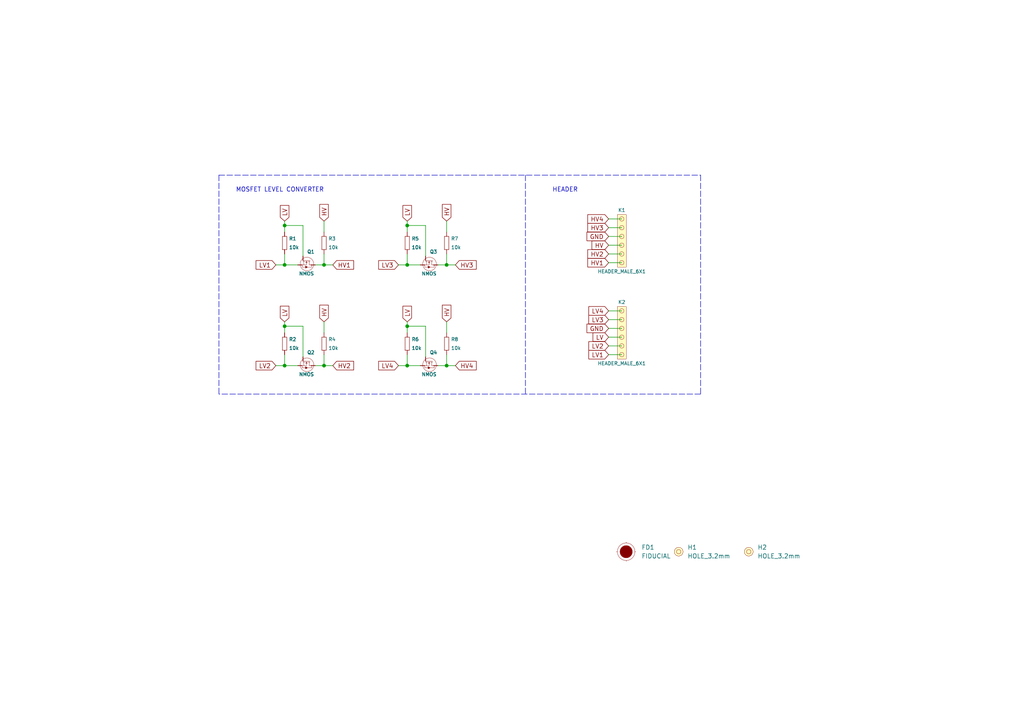
<source format=kicad_sch>
(kicad_sch (version 20211123) (generator eeschema)

  (uuid ddce36a6-92f0-4e63-b207-f65c96f9ec98)

  (paper "A4")

  (title_block
    (title "Logic level converter")
    (date "2021-07-14")
    (rev "V1.0.0.")
    (company "SOLDERED")
    (comment 1 "333029")
  )

  (lib_symbols
    (symbol "e-radionica.com schematics:0603R" (pin_numbers hide) (pin_names (offset 0.254)) (in_bom yes) (on_board yes)
      (property "Reference" "R" (id 0) (at -1.905 1.905 0)
        (effects (font (size 1 1)))
      )
      (property "Value" "0603R" (id 1) (at 0 -1.905 0)
        (effects (font (size 1 1)))
      )
      (property "Footprint" "e-radionica.com footprinti:0603R" (id 2) (at -0.635 1.905 0)
        (effects (font (size 1 1)) hide)
      )
      (property "Datasheet" "" (id 3) (at -0.635 1.905 0)
        (effects (font (size 1 1)) hide)
      )
      (symbol "0603R_0_1"
        (rectangle (start -1.905 -0.635) (end 1.905 -0.6604)
          (stroke (width 0.1) (type default) (color 0 0 0 0))
          (fill (type none))
        )
        (rectangle (start -1.905 0.635) (end -1.8796 -0.635)
          (stroke (width 0.1) (type default) (color 0 0 0 0))
          (fill (type none))
        )
        (rectangle (start -1.905 0.635) (end 1.905 0.6096)
          (stroke (width 0.1) (type default) (color 0 0 0 0))
          (fill (type none))
        )
        (rectangle (start 1.905 0.635) (end 1.9304 -0.635)
          (stroke (width 0.1) (type default) (color 0 0 0 0))
          (fill (type none))
        )
      )
      (symbol "0603R_1_1"
        (pin passive line (at -3.175 0 0) (length 1.27)
          (name "~" (effects (font (size 1.27 1.27))))
          (number "1" (effects (font (size 1.27 1.27))))
        )
        (pin passive line (at 3.175 0 180) (length 1.27)
          (name "~" (effects (font (size 1.27 1.27))))
          (number "2" (effects (font (size 1.27 1.27))))
        )
      )
    )
    (symbol "e-radionica.com schematics:FIDUCIAL" (in_bom no) (on_board yes)
      (property "Reference" "FD" (id 0) (at 0 3.81 0)
        (effects (font (size 1.27 1.27)))
      )
      (property "Value" "FIDUCIAL" (id 1) (at 0 -3.81 0)
        (effects (font (size 1.27 1.27)))
      )
      (property "Footprint" "e-radionica.com footprinti:FIDUCIAL_23" (id 2) (at 0.254 -5.334 0)
        (effects (font (size 1.27 1.27)) hide)
      )
      (property "Datasheet" "" (id 3) (at 0 0 0)
        (effects (font (size 1.27 1.27)) hide)
      )
      (symbol "FIDUCIAL_0_1"
        (polyline
          (pts
            (xy -2.54 0)
            (xy -2.794 0)
          )
          (stroke (width 0.0006) (type default) (color 0 0 0 0))
          (fill (type none))
        )
        (polyline
          (pts
            (xy 0 -2.54)
            (xy 0 -2.794)
          )
          (stroke (width 0.0006) (type default) (color 0 0 0 0))
          (fill (type none))
        )
        (polyline
          (pts
            (xy 0 2.54)
            (xy 0 2.794)
          )
          (stroke (width 0.0006) (type default) (color 0 0 0 0))
          (fill (type none))
        )
        (polyline
          (pts
            (xy 2.54 0)
            (xy 2.794 0)
          )
          (stroke (width 0.0006) (type default) (color 0 0 0 0))
          (fill (type none))
        )
        (circle (center 0 0) (radius 1.7961)
          (stroke (width 0.001) (type default) (color 0 0 0 0))
          (fill (type outline))
        )
        (circle (center 0 0) (radius 2.54)
          (stroke (width 0.0006) (type default) (color 0 0 0 0))
          (fill (type none))
        )
      )
    )
    (symbol "e-radionica.com schematics:HEADER_MALE_6X1" (pin_numbers hide) (pin_names hide) (in_bom yes) (on_board yes)
      (property "Reference" "K" (id 0) (at -0.635 10.16 0)
        (effects (font (size 1 1)))
      )
      (property "Value" "HEADER_MALE_6X1" (id 1) (at 1.27 -7.62 0)
        (effects (font (size 1 1)))
      )
      (property "Footprint" "e-radionica.com footprinti:HEADER_MALE_6X1" (id 2) (at 0 0 0)
        (effects (font (size 1 1)) hide)
      )
      (property "Datasheet" "" (id 3) (at 0 0 0)
        (effects (font (size 1 1)) hide)
      )
      (symbol "HEADER_MALE_6X1_0_1"
        (circle (center 0 -5.08) (radius 0.635)
          (stroke (width 0.0006) (type default) (color 0 0 0 0))
          (fill (type none))
        )
        (circle (center 0 -2.54) (radius 0.635)
          (stroke (width 0.0006) (type default) (color 0 0 0 0))
          (fill (type none))
        )
        (circle (center 0 0) (radius 0.635)
          (stroke (width 0.0006) (type default) (color 0 0 0 0))
          (fill (type none))
        )
        (circle (center 0 2.54) (radius 0.635)
          (stroke (width 0.0006) (type default) (color 0 0 0 0))
          (fill (type none))
        )
        (circle (center 0 5.08) (radius 0.635)
          (stroke (width 0.0006) (type default) (color 0 0 0 0))
          (fill (type none))
        )
        (circle (center 0 7.62) (radius 0.635)
          (stroke (width 0.0006) (type default) (color 0 0 0 0))
          (fill (type none))
        )
        (rectangle (start 1.27 -6.35) (end -1.27 8.89)
          (stroke (width 0.001) (type default) (color 0 0 0 0))
          (fill (type background))
        )
      )
      (symbol "HEADER_MALE_6X1_1_1"
        (pin passive line (at 0 -5.08 180) (length 0)
          (name "~" (effects (font (size 0.991 0.991))))
          (number "1" (effects (font (size 0.991 0.991))))
        )
        (pin passive line (at 0 -2.54 180) (length 0)
          (name "~" (effects (font (size 0.991 0.991))))
          (number "2" (effects (font (size 0.991 0.991))))
        )
        (pin passive line (at 0 0 180) (length 0)
          (name "~" (effects (font (size 0.991 0.991))))
          (number "3" (effects (font (size 0.991 0.991))))
        )
        (pin passive line (at 0 2.54 180) (length 0)
          (name "~" (effects (font (size 0.991 0.991))))
          (number "4" (effects (font (size 0.991 0.991))))
        )
        (pin passive line (at 0 5.08 180) (length 0)
          (name "~" (effects (font (size 0.991 0.991))))
          (number "5" (effects (font (size 0.991 0.991))))
        )
        (pin passive line (at 0 7.62 180) (length 0)
          (name "~" (effects (font (size 0.991 0.991))))
          (number "6" (effects (font (size 0.991 0.991))))
        )
      )
    )
    (symbol "e-radionica.com schematics:HOLE_3.2mm" (pin_numbers hide) (pin_names hide) (in_bom yes) (on_board yes)
      (property "Reference" "H" (id 0) (at 0 2.54 0)
        (effects (font (size 1.27 1.27)))
      )
      (property "Value" "HOLE_3.2mm" (id 1) (at 0 -2.54 0)
        (effects (font (size 1.27 1.27)))
      )
      (property "Footprint" "e-radionica.com footprinti:HOLE_3.2mm" (id 2) (at 0 0 0)
        (effects (font (size 1.27 1.27)) hide)
      )
      (property "Datasheet" "" (id 3) (at 0 0 0)
        (effects (font (size 1.27 1.27)) hide)
      )
      (symbol "HOLE_3.2mm_0_1"
        (circle (center 0 0) (radius 0.635)
          (stroke (width 0.0006) (type default) (color 0 0 0 0))
          (fill (type none))
        )
        (circle (center 0 0) (radius 1.27)
          (stroke (width 0.001) (type default) (color 0 0 0 0))
          (fill (type background))
        )
      )
    )
    (symbol "e-radionica.com schematics:NMOS-SOT-23-3" (pin_numbers hide) (pin_names hide) (in_bom yes) (on_board yes)
      (property "Reference" "Q" (id 0) (at -1.143 2.921 0)
        (effects (font (size 1 1)))
      )
      (property "Value" "NMOS-SOT-23-3" (id 1) (at 1.524 -3.937 0)
        (effects (font (size 1 1)))
      )
      (property "Footprint" "e-radionica.com footprinti:SOT-23-3" (id 2) (at 0 0 0)
        (effects (font (size 1 1)) hide)
      )
      (property "Datasheet" "" (id 3) (at 0 0 0)
        (effects (font (size 1 1)) hide)
      )
      (symbol "NMOS-SOT-23-3_0_1"
        (polyline
          (pts
            (xy 0 -1.016)
            (xy 0 1.016)
          )
          (stroke (width 0.0006) (type default) (color 0 0 0 0))
          (fill (type none))
        )
        (polyline
          (pts
            (xy 0.254 -1.016)
            (xy 0.254 -0.508)
          )
          (stroke (width 0.0006) (type default) (color 0 0 0 0))
          (fill (type none))
        )
        (polyline
          (pts
            (xy 0.254 -0.762)
            (xy 1.27 -0.762)
          )
          (stroke (width 0.0006) (type default) (color 0 0 0 0))
          (fill (type none))
        )
        (polyline
          (pts
            (xy 0.254 -0.254)
            (xy 0.254 0.254)
          )
          (stroke (width 0.0006) (type default) (color 0 0 0 0))
          (fill (type none))
        )
        (polyline
          (pts
            (xy 0.254 0.762)
            (xy 1.27 0.762)
          )
          (stroke (width 0.0006) (type default) (color 0 0 0 0))
          (fill (type none))
        )
        (polyline
          (pts
            (xy 0.254 1.016)
            (xy 0.254 0.508)
          )
          (stroke (width 0.0006) (type default) (color 0 0 0 0))
          (fill (type none))
        )
        (polyline
          (pts
            (xy 1.27 -1.27)
            (xy 1.27 -0.762)
          )
          (stroke (width 0.0006) (type default) (color 0 0 0 0))
          (fill (type none))
        )
        (polyline
          (pts
            (xy 1.27 0.762)
            (xy 1.27 1.27)
          )
          (stroke (width 0.0006) (type default) (color 0 0 0 0))
          (fill (type none))
        )
        (polyline
          (pts
            (xy 1.651 -0.254)
            (xy 1.905 0.127)
          )
          (stroke (width 0.2) (type default) (color 0 0 0 0))
          (fill (type none))
        )
        (polyline
          (pts
            (xy 1.651 0.127)
            (xy 2.159 0.127)
          )
          (stroke (width 0.0006) (type default) (color 0 0 0 0))
          (fill (type none))
        )
        (polyline
          (pts
            (xy 0.254 0)
            (xy 1.27 0)
            (xy 1.27 -0.762)
          )
          (stroke (width 0.0006) (type default) (color 0 0 0 0))
          (fill (type none))
        )
        (polyline
          (pts
            (xy 1.651 -0.254)
            (xy 2.159 -0.254)
            (xy 1.905 0.127)
          )
          (stroke (width 0.2) (type default) (color 0 0 0 0))
          (fill (type none))
        )
        (polyline
          (pts
            (xy 0.381 0)
            (xy 0.635 0.254)
            (xy 0.635 -0.254)
            (xy 0.381 0)
          )
          (stroke (width 0.0006) (type default) (color 0 0 0 0))
          (fill (type none))
        )
        (polyline
          (pts
            (xy 1.27 -1.27)
            (xy 1.905 -1.27)
            (xy 1.905 1.524)
            (xy 1.27 1.524)
          )
          (stroke (width 0.0006) (type default) (color 0 0 0 0))
          (fill (type none))
        )
        (circle (center 1.016 0.127) (radius 1.9716)
          (stroke (width 0.0006) (type default) (color 0 0 0 0))
          (fill (type none))
        )
      )
      (symbol "NMOS-SOT-23-3_1_1"
        (pin passive line (at -1.27 -1.016 0) (length 1.27)
          (name "G" (effects (font (size 1 1))))
          (number "1" (effects (font (size 1 1))))
        )
        (pin passive line (at 1.27 -2.54 90) (length 1.27)
          (name "S" (effects (font (size 1 1))))
          (number "2" (effects (font (size 1 1))))
        )
        (pin passive line (at 1.27 2.54 270) (length 1.27)
          (name "D" (effects (font (size 1 1))))
          (number "3" (effects (font (size 1 1))))
        )
      )
    )
  )

  (junction (at 118.11 106.045) (diameter 0.9144) (color 0 0 0 0)
    (uuid 03c52831-5dc5-43c5-a442-8d23643b46fb)
  )
  (junction (at 118.11 65.405) (diameter 0.9144) (color 0 0 0 0)
    (uuid 0b21a65d-d20b-411e-920a-75c343ac5136)
  )
  (junction (at 93.98 76.835) (diameter 0.9144) (color 0 0 0 0)
    (uuid 0f22151c-f260-4674-b486-4710a2c42a55)
  )
  (junction (at 82.55 106.045) (diameter 0.9144) (color 0 0 0 0)
    (uuid 1831fb37-1c5d-42c4-b898-151be6fca9dc)
  )
  (junction (at 129.54 106.045) (diameter 0.9144) (color 0 0 0 0)
    (uuid 29e78086-2175-405e-9ba3-c48766d2f50c)
  )
  (junction (at 118.11 76.835) (diameter 0.9144) (color 0 0 0 0)
    (uuid 3cd1bda0-18db-417d-b581-a0c50623df68)
  )
  (junction (at 82.55 94.615) (diameter 0.9144) (color 0 0 0 0)
    (uuid 9340c285-5767-42d5-8b6d-63fe2a40ddf3)
  )
  (junction (at 129.54 76.835) (diameter 0.9144) (color 0 0 0 0)
    (uuid a1823eb2-fb0d-4ed8-8b96-04184ac3a9d5)
  )
  (junction (at 82.55 76.835) (diameter 0.9144) (color 0 0 0 0)
    (uuid c41b3c8b-634e-435a-b582-96b83bbd4032)
  )
  (junction (at 82.55 65.405) (diameter 0.9144) (color 0 0 0 0)
    (uuid ce83728b-bebd-48c2-8734-b6a50d837931)
  )
  (junction (at 118.11 94.615) (diameter 0.9144) (color 0 0 0 0)
    (uuid d57dcfee-5058-4fc2-a68b-05f9a48f685b)
  )
  (junction (at 93.98 106.045) (diameter 0.9144) (color 0 0 0 0)
    (uuid fe8d9267-7834-48d6-a191-c8724b2ee78d)
  )

  (wire (pts (xy 93.98 64.135) (xy 93.98 67.31))
    (stroke (width 0) (type solid) (color 0 0 0 0))
    (uuid 0c9ce25c-7200-4b0f-a639-390f368c9d02)
  )
  (wire (pts (xy 176.53 95.25) (xy 180.34 95.25))
    (stroke (width 0) (type solid) (color 0 0 0 0))
    (uuid 13301a5b-f5b3-4195-8f27-6a52b95f8821)
  )
  (wire (pts (xy 123.444 74.295) (xy 123.444 65.405))
    (stroke (width 0) (type solid) (color 0 0 0 0))
    (uuid 1697fd0c-6c5b-4f26-82a1-8c04f855db43)
  )
  (wire (pts (xy 176.53 63.5) (xy 180.34 63.5))
    (stroke (width 0) (type solid) (color 0 0 0 0))
    (uuid 17d4ece4-926b-400d-8799-354606ca2d84)
  )
  (wire (pts (xy 87.884 103.505) (xy 87.884 94.615))
    (stroke (width 0) (type solid) (color 0 0 0 0))
    (uuid 26a97d17-72d4-461d-9d1e-ee54e132f806)
  )
  (wire (pts (xy 115.57 106.045) (xy 118.11 106.045))
    (stroke (width 0) (type solid) (color 0 0 0 0))
    (uuid 275b0673-94c6-4e24-983c-aeed2b517ac4)
  )
  (wire (pts (xy 123.444 65.405) (xy 118.11 65.405))
    (stroke (width 0) (type solid) (color 0 0 0 0))
    (uuid 314f10be-047e-4ece-adb5-875434448da2)
  )
  (wire (pts (xy 129.54 64.135) (xy 129.54 67.31))
    (stroke (width 0) (type solid) (color 0 0 0 0))
    (uuid 317d9a1f-e43f-4ea0-a7b3-ae112f94a3b7)
  )
  (wire (pts (xy 82.55 106.045) (xy 86.36 106.045))
    (stroke (width 0) (type solid) (color 0 0 0 0))
    (uuid 330072a6-3127-4dbf-b04a-cda90166ecae)
  )
  (polyline (pts (xy 152.4 50.8) (xy 152.4 114.3))
    (stroke (width 0) (type dash) (color 0 0 0 0))
    (uuid 36b55ab9-54ab-41e6-b430-9f7ffc3f2def)
  )

  (wire (pts (xy 93.98 73.66) (xy 93.98 76.835))
    (stroke (width 0) (type solid) (color 0 0 0 0))
    (uuid 375299fc-cfad-475b-9b2a-dc4c4563272d)
  )
  (wire (pts (xy 129.54 106.045) (xy 132.08 106.045))
    (stroke (width 0) (type solid) (color 0 0 0 0))
    (uuid 44765f06-c63e-44ed-b965-1cad1eaa0048)
  )
  (wire (pts (xy 82.55 102.87) (xy 82.55 106.045))
    (stroke (width 0) (type solid) (color 0 0 0 0))
    (uuid 511849b8-e2ce-4370-89f1-14786b68d154)
  )
  (wire (pts (xy 82.55 64.135) (xy 82.55 65.405))
    (stroke (width 0) (type solid) (color 0 0 0 0))
    (uuid 528a4086-0a42-439c-82e5-847f058be5d2)
  )
  (wire (pts (xy 82.55 65.405) (xy 82.55 67.31))
    (stroke (width 0) (type solid) (color 0 0 0 0))
    (uuid 528a4086-0a42-439c-82e5-847f058be5d3)
  )
  (wire (pts (xy 118.11 93.345) (xy 118.11 94.615))
    (stroke (width 0) (type solid) (color 0 0 0 0))
    (uuid 540c9785-a5d2-44b3-91a9-760e33c13988)
  )
  (wire (pts (xy 82.55 94.615) (xy 82.55 96.52))
    (stroke (width 0) (type solid) (color 0 0 0 0))
    (uuid 5538d6d1-15ec-41b2-88e9-5e35ad0acefc)
  )
  (wire (pts (xy 80.01 76.835) (xy 82.55 76.835))
    (stroke (width 0) (type solid) (color 0 0 0 0))
    (uuid 5563681e-440a-4305-9969-195bee25f01b)
  )
  (wire (pts (xy 82.55 73.66) (xy 82.55 76.835))
    (stroke (width 0) (type solid) (color 0 0 0 0))
    (uuid 5e3ab890-69e4-4735-baa4-b8bc7534384b)
  )
  (wire (pts (xy 176.53 68.58) (xy 180.34 68.58))
    (stroke (width 0) (type solid) (color 0 0 0 0))
    (uuid 6915a2c0-1d8a-41b7-9ee7-4d1a5c3ab55a)
  )
  (wire (pts (xy 176.53 100.33) (xy 180.34 100.33))
    (stroke (width 0) (type solid) (color 0 0 0 0))
    (uuid 694d6554-14eb-4817-8015-73b01bc38815)
  )
  (wire (pts (xy 118.11 102.87) (xy 118.11 106.045))
    (stroke (width 0) (type solid) (color 0 0 0 0))
    (uuid 6e0fcb23-dfa2-4f80-aafc-360b9593cf0c)
  )
  (wire (pts (xy 93.98 106.045) (xy 96.52 106.045))
    (stroke (width 0) (type solid) (color 0 0 0 0))
    (uuid 72f1c84a-9835-4890-b611-ca468ec4050c)
  )
  (wire (pts (xy 93.98 93.345) (xy 93.98 96.52))
    (stroke (width 0) (type solid) (color 0 0 0 0))
    (uuid 79abf1cd-41dd-40de-80be-04b08843a04e)
  )
  (wire (pts (xy 118.11 65.405) (xy 118.11 67.31))
    (stroke (width 0) (type solid) (color 0 0 0 0))
    (uuid 7b911d1a-d89f-492e-ad5b-26299740583d)
  )
  (wire (pts (xy 176.53 66.04) (xy 180.34 66.04))
    (stroke (width 0) (type solid) (color 0 0 0 0))
    (uuid 7d69b2d7-b0e5-41de-a872-97d121c02a99)
  )
  (wire (pts (xy 176.53 90.17) (xy 180.34 90.17))
    (stroke (width 0) (type solid) (color 0 0 0 0))
    (uuid 8341fa3c-c33f-45a7-af4f-4cdabf25ee52)
  )
  (wire (pts (xy 80.01 106.045) (xy 82.55 106.045))
    (stroke (width 0) (type solid) (color 0 0 0 0))
    (uuid 838cf5f1-fdba-4cde-b9fc-0c650dedb9e7)
  )
  (wire (pts (xy 87.884 94.615) (xy 82.55 94.615))
    (stroke (width 0) (type solid) (color 0 0 0 0))
    (uuid 85511cb1-3860-48fe-8d52-fbe59173f855)
  )
  (wire (pts (xy 91.44 76.835) (xy 93.98 76.835))
    (stroke (width 0) (type solid) (color 0 0 0 0))
    (uuid 9504ca57-843a-45d2-9f31-b3cb8b1d9c9d)
  )
  (wire (pts (xy 176.53 73.66) (xy 180.34 73.66))
    (stroke (width 0) (type solid) (color 0 0 0 0))
    (uuid 964cf541-a837-4cb8-a2f4-6d947eee4023)
  )
  (wire (pts (xy 129.54 73.66) (xy 129.54 76.835))
    (stroke (width 0) (type solid) (color 0 0 0 0))
    (uuid 983a8c45-0d96-4272-a841-0fd7d794089f)
  )
  (wire (pts (xy 91.44 106.045) (xy 93.98 106.045))
    (stroke (width 0) (type solid) (color 0 0 0 0))
    (uuid 9fa405bd-8a06-4c8d-a5c9-d765a4a624f1)
  )
  (wire (pts (xy 176.53 97.79) (xy 180.34 97.79))
    (stroke (width 0) (type solid) (color 0 0 0 0))
    (uuid a2054cd5-aa4f-497d-861d-e33329099e82)
  )
  (wire (pts (xy 123.444 94.615) (xy 118.11 94.615))
    (stroke (width 0) (type solid) (color 0 0 0 0))
    (uuid b70cd2a2-d534-435f-8145-fb327d105435)
  )
  (wire (pts (xy 176.53 76.2) (xy 180.34 76.2))
    (stroke (width 0) (type solid) (color 0 0 0 0))
    (uuid bbd14c3d-0e6c-407b-8d96-01f997a343e7)
  )
  (wire (pts (xy 176.53 102.87) (xy 180.34 102.87))
    (stroke (width 0) (type solid) (color 0 0 0 0))
    (uuid bc5b6ad7-615e-4353-9fa6-90c8f42a0059)
  )
  (wire (pts (xy 176.53 71.12) (xy 180.34 71.12))
    (stroke (width 0) (type solid) (color 0 0 0 0))
    (uuid c2276825-1723-417f-9a83-303b76419cd5)
  )
  (wire (pts (xy 123.444 103.505) (xy 123.444 94.615))
    (stroke (width 0) (type solid) (color 0 0 0 0))
    (uuid c264adad-ab4f-412a-a39d-a341d41392bd)
  )
  (wire (pts (xy 87.884 65.405) (xy 82.55 65.405))
    (stroke (width 0) (type solid) (color 0 0 0 0))
    (uuid c6bbea4b-8699-4261-a6e5-d623270554f7)
  )
  (wire (pts (xy 87.884 74.295) (xy 87.884 65.405))
    (stroke (width 0) (type solid) (color 0 0 0 0))
    (uuid c6bbea4b-8699-4261-a6e5-d623270554f8)
  )
  (wire (pts (xy 118.11 106.045) (xy 121.92 106.045))
    (stroke (width 0) (type solid) (color 0 0 0 0))
    (uuid c97758c9-7ff5-4d6d-a85b-d13f16d13a9a)
  )
  (wire (pts (xy 93.98 76.835) (xy 96.52 76.835))
    (stroke (width 0) (type solid) (color 0 0 0 0))
    (uuid cb5095b2-9537-4fa5-8d53-615ec37d0d20)
  )
  (wire (pts (xy 82.55 76.835) (xy 86.36 76.835))
    (stroke (width 0) (type solid) (color 0 0 0 0))
    (uuid cd4a9abc-2535-428b-9fda-43f4e11d50ba)
  )
  (polyline (pts (xy 63.5 50.8) (xy 63.5 114.3))
    (stroke (width 0) (type dash) (color 0 0 0 0))
    (uuid cdabbe7f-1af0-49d5-89b5-1f3d417779c0)
  )
  (polyline (pts (xy 63.5 50.8) (xy 203.2 50.8))
    (stroke (width 0) (type dash) (color 0 0 0 0))
    (uuid cdabbe7f-1af0-49d5-89b5-1f3d417779c1)
  )
  (polyline (pts (xy 203.2 50.8) (xy 203.2 114.3))
    (stroke (width 0) (type dash) (color 0 0 0 0))
    (uuid cdabbe7f-1af0-49d5-89b5-1f3d417779c2)
  )
  (polyline (pts (xy 203.2 114.3) (xy 63.5 114.3))
    (stroke (width 0) (type dash) (color 0 0 0 0))
    (uuid cdabbe7f-1af0-49d5-89b5-1f3d417779c3)
  )

  (wire (pts (xy 127 76.835) (xy 129.54 76.835))
    (stroke (width 0) (type solid) (color 0 0 0 0))
    (uuid d141efab-02bd-4011-a371-c28973cd9409)
  )
  (wire (pts (xy 129.54 76.835) (xy 132.08 76.835))
    (stroke (width 0) (type solid) (color 0 0 0 0))
    (uuid d3bf52a1-e80a-4a62-9671-01167355f079)
  )
  (wire (pts (xy 115.57 76.835) (xy 118.11 76.835))
    (stroke (width 0) (type solid) (color 0 0 0 0))
    (uuid d4bafbdc-69ed-41b9-99ac-43d179991224)
  )
  (wire (pts (xy 118.11 76.835) (xy 121.92 76.835))
    (stroke (width 0) (type solid) (color 0 0 0 0))
    (uuid d4e85256-e2c6-43b9-930f-5dd1733fc48a)
  )
  (wire (pts (xy 93.98 102.87) (xy 93.98 106.045))
    (stroke (width 0) (type solid) (color 0 0 0 0))
    (uuid d7a73139-0e56-4274-bc1e-3315f8765b2e)
  )
  (wire (pts (xy 129.54 102.87) (xy 129.54 106.045))
    (stroke (width 0) (type solid) (color 0 0 0 0))
    (uuid dc10e084-af79-4ac6-aff5-f2feef09fc7f)
  )
  (wire (pts (xy 118.11 64.135) (xy 118.11 65.405))
    (stroke (width 0) (type solid) (color 0 0 0 0))
    (uuid e5f8dea0-5b3b-4b83-b570-df71379b7d99)
  )
  (wire (pts (xy 118.11 94.615) (xy 118.11 96.52))
    (stroke (width 0) (type solid) (color 0 0 0 0))
    (uuid e7d8bed6-b29a-4785-93dd-c5617e1a1a19)
  )
  (wire (pts (xy 127 106.045) (xy 129.54 106.045))
    (stroke (width 0) (type solid) (color 0 0 0 0))
    (uuid ee82cba8-6ca1-4746-95d1-24adf7f437f0)
  )
  (wire (pts (xy 82.55 93.345) (xy 82.55 94.615))
    (stroke (width 0) (type solid) (color 0 0 0 0))
    (uuid f28d2279-dab5-45a9-81a0-c84d124bc120)
  )
  (wire (pts (xy 118.11 73.66) (xy 118.11 76.835))
    (stroke (width 0) (type solid) (color 0 0 0 0))
    (uuid f6187dbb-2a75-4f49-a332-172c755f8572)
  )
  (wire (pts (xy 176.53 92.71) (xy 180.34 92.71))
    (stroke (width 0) (type solid) (color 0 0 0 0))
    (uuid fada7917-99ea-440a-9813-6f6c55b0fbfc)
  )
  (wire (pts (xy 129.54 93.345) (xy 129.54 96.52))
    (stroke (width 0) (type solid) (color 0 0 0 0))
    (uuid fcaeb685-d11c-4a8f-90ca-0266f80f79a4)
  )

  (text "MOSFET LEVEL CONVERTER" (at 93.98 55.88 180)
    (effects (font (size 1.27 1.27)) (justify right bottom))
    (uuid e1f5a213-0a72-41a8-9182-27c5c87f501f)
  )
  (text "HEADER" (at 167.64 55.88 180)
    (effects (font (size 1.27 1.27)) (justify right bottom))
    (uuid e47365a0-8d29-4837-b1fc-23024e559e33)
  )

  (global_label "HV2" (shape input) (at 176.53 73.66 180)
    (effects (font (size 1.27 1.27)) (justify right))
    (uuid 033c7098-eed2-4140-961a-77fcffb509e0)
    (property "Intersheet References" "${INTERSHEET_REFS}" (id 0) (at 168.9643 73.5806 0)
      (effects (font (size 1.27 1.27)) (justify right) hide)
    )
  )
  (global_label "LV1" (shape input) (at 176.53 102.87 180)
    (effects (font (size 1.27 1.27)) (justify right))
    (uuid 0d286746-5804-40fc-99d7-a10d8ed7b305)
    (property "Intersheet References" "${INTERSHEET_REFS}" (id 0) (at 169.2667 102.7906 0)
      (effects (font (size 1.27 1.27)) (justify right) hide)
    )
  )
  (global_label "HV1" (shape input) (at 96.52 76.835 0)
    (effects (font (size 1.27 1.27)) (justify left))
    (uuid 0e2ca793-578b-4e3b-babe-014198ad9c39)
    (property "Intersheet References" "${INTERSHEET_REFS}" (id 0) (at 104.0857 76.7556 0)
      (effects (font (size 1.27 1.27)) (justify left) hide)
    )
  )
  (global_label "LV2" (shape input) (at 176.53 100.33 180)
    (effects (font (size 1.27 1.27)) (justify right))
    (uuid 0f7a79dd-988a-47d6-95ad-eca2270ae14a)
    (property "Intersheet References" "${INTERSHEET_REFS}" (id 0) (at 169.2667 100.2506 0)
      (effects (font (size 1.27 1.27)) (justify right) hide)
    )
  )
  (global_label "HV4" (shape input) (at 132.08 106.045 0)
    (effects (font (size 1.27 1.27)) (justify left))
    (uuid 122174e4-a9ad-4b4e-83af-1792104c9d47)
    (property "Intersheet References" "${INTERSHEET_REFS}" (id 0) (at 139.6457 105.9656 0)
      (effects (font (size 1.27 1.27)) (justify left) hide)
    )
  )
  (global_label "LV" (shape input) (at 82.55 93.345 90)
    (effects (font (size 1.27 1.27)) (justify left))
    (uuid 138e5c03-534e-402d-9f93-01251d66be3d)
    (property "Intersheet References" "${INTERSHEET_REFS}" (id 0) (at 82.4706 87.2912 90)
      (effects (font (size 1.27 1.27)) (justify left) hide)
    )
  )
  (global_label "LV" (shape input) (at 118.11 93.345 90)
    (effects (font (size 1.27 1.27)) (justify left))
    (uuid 16272607-cda7-40e7-bc54-d5872659c933)
    (property "Intersheet References" "${INTERSHEET_REFS}" (id 0) (at 118.0306 87.2912 90)
      (effects (font (size 1.27 1.27)) (justify left) hide)
    )
  )
  (global_label "LV4" (shape input) (at 176.53 90.17 180)
    (effects (font (size 1.27 1.27)) (justify right))
    (uuid 1830f1e9-60dc-49fd-a337-0cf36a8cc7c8)
    (property "Intersheet References" "${INTERSHEET_REFS}" (id 0) (at 169.2667 90.0906 0)
      (effects (font (size 1.27 1.27)) (justify right) hide)
    )
  )
  (global_label "HV3" (shape input) (at 132.08 76.835 0)
    (effects (font (size 1.27 1.27)) (justify left))
    (uuid 298296ee-8530-4466-a98b-2974dd19195a)
    (property "Intersheet References" "${INTERSHEET_REFS}" (id 0) (at 139.6457 76.7556 0)
      (effects (font (size 1.27 1.27)) (justify left) hide)
    )
  )
  (global_label "HV" (shape input) (at 176.53 71.12 180)
    (effects (font (size 1.27 1.27)) (justify right))
    (uuid 2ee422ac-0924-4fa4-8953-ed166cc1afea)
    (property "Intersheet References" "${INTERSHEET_REFS}" (id 0) (at 170.1739 71.0406 0)
      (effects (font (size 1.27 1.27)) (justify right) hide)
    )
  )
  (global_label "HV4" (shape input) (at 176.53 63.5 180)
    (effects (font (size 1.27 1.27)) (justify right))
    (uuid 41cb4c06-4aa9-4740-bb83-38df497b2d76)
    (property "Intersheet References" "${INTERSHEET_REFS}" (id 0) (at 168.9643 63.4206 0)
      (effects (font (size 1.27 1.27)) (justify right) hide)
    )
  )
  (global_label "LV3" (shape input) (at 115.57 76.835 180)
    (effects (font (size 1.27 1.27)) (justify right))
    (uuid 4e406b89-a872-4e9b-9149-2c72b6a175ff)
    (property "Intersheet References" "${INTERSHEET_REFS}" (id 0) (at 108.3067 76.7556 0)
      (effects (font (size 1.27 1.27)) (justify right) hide)
    )
  )
  (global_label "LV" (shape input) (at 82.55 64.135 90)
    (effects (font (size 1.27 1.27)) (justify left))
    (uuid 53d3cff3-41b8-45b6-b6b5-ff2e46ebd2f5)
    (property "Intersheet References" "${INTERSHEET_REFS}" (id 0) (at 82.4706 58.0812 90)
      (effects (font (size 1.27 1.27)) (justify left) hide)
    )
  )
  (global_label "HV3" (shape input) (at 176.53 66.04 180)
    (effects (font (size 1.27 1.27)) (justify right))
    (uuid 6376a86c-9628-426b-9f68-cdf4c76a741d)
    (property "Intersheet References" "${INTERSHEET_REFS}" (id 0) (at 168.9643 65.9606 0)
      (effects (font (size 1.27 1.27)) (justify right) hide)
    )
  )
  (global_label "LV3" (shape input) (at 176.53 92.71 180)
    (effects (font (size 1.27 1.27)) (justify right))
    (uuid 637da7a3-95a5-4cfb-be3b-c7db2f3aad80)
    (property "Intersheet References" "${INTERSHEET_REFS}" (id 0) (at 169.2667 92.6306 0)
      (effects (font (size 1.27 1.27)) (justify right) hide)
    )
  )
  (global_label "HV" (shape input) (at 129.54 64.135 90)
    (effects (font (size 1.27 1.27)) (justify left))
    (uuid 66c01319-1e29-4b6d-a5ba-a7040a896a38)
    (property "Intersheet References" "${INTERSHEET_REFS}" (id 0) (at 129.4606 57.7789 90)
      (effects (font (size 1.27 1.27)) (justify left) hide)
    )
  )
  (global_label "LV4" (shape input) (at 115.57 106.045 180)
    (effects (font (size 1.27 1.27)) (justify right))
    (uuid 738d1d4b-5873-4e77-96b9-b0beba7d69a0)
    (property "Intersheet References" "${INTERSHEET_REFS}" (id 0) (at 108.3067 105.9656 0)
      (effects (font (size 1.27 1.27)) (justify right) hide)
    )
  )
  (global_label "HV" (shape input) (at 93.98 64.135 90)
    (effects (font (size 1.27 1.27)) (justify left))
    (uuid 77adeaf9-bee9-47b8-817d-0ca4b4a89146)
    (property "Intersheet References" "${INTERSHEET_REFS}" (id 0) (at 93.9006 57.7789 90)
      (effects (font (size 1.27 1.27)) (justify left) hide)
    )
  )
  (global_label "HV" (shape input) (at 129.54 93.345 90)
    (effects (font (size 1.27 1.27)) (justify left))
    (uuid 77c9a806-7ebb-4fcb-8da7-5e2595192245)
    (property "Intersheet References" "${INTERSHEET_REFS}" (id 0) (at 129.4606 86.9889 90)
      (effects (font (size 1.27 1.27)) (justify left) hide)
    )
  )
  (global_label "LV1" (shape input) (at 80.01 76.835 180)
    (effects (font (size 1.27 1.27)) (justify right))
    (uuid 87fa0dee-3cda-4b1a-b07c-6caad65a46ba)
    (property "Intersheet References" "${INTERSHEET_REFS}" (id 0) (at 72.7467 76.7556 0)
      (effects (font (size 1.27 1.27)) (justify right) hide)
    )
  )
  (global_label "GND" (shape input) (at 176.53 95.25 180)
    (effects (font (size 1.27 1.27)) (justify right))
    (uuid 97479491-8375-4f1e-b234-de13648a3bd6)
    (property "Intersheet References" "${INTERSHEET_REFS}" (id 0) (at 168.7224 95.1706 0)
      (effects (font (size 1.27 1.27)) (justify right) hide)
    )
  )
  (global_label "LV" (shape input) (at 118.11 64.135 90)
    (effects (font (size 1.27 1.27)) (justify left))
    (uuid 9bd66796-adbb-4d88-979e-8f57aa311701)
    (property "Intersheet References" "${INTERSHEET_REFS}" (id 0) (at 118.0306 58.0812 90)
      (effects (font (size 1.27 1.27)) (justify left) hide)
    )
  )
  (global_label "GND" (shape input) (at 176.53 68.58 180)
    (effects (font (size 1.27 1.27)) (justify right))
    (uuid 9e5094a4-3964-43ae-91ea-06cf7ae39cc6)
    (property "Intersheet References" "${INTERSHEET_REFS}" (id 0) (at 168.7224 68.5006 0)
      (effects (font (size 1.27 1.27)) (justify right) hide)
    )
  )
  (global_label "HV1" (shape input) (at 176.53 76.2 180)
    (effects (font (size 1.27 1.27)) (justify right))
    (uuid af7b8064-9614-4f0c-a712-74b1beebb55e)
    (property "Intersheet References" "${INTERSHEET_REFS}" (id 0) (at 168.9643 76.1206 0)
      (effects (font (size 1.27 1.27)) (justify right) hide)
    )
  )
  (global_label "LV2" (shape input) (at 80.01 106.045 180)
    (effects (font (size 1.27 1.27)) (justify right))
    (uuid b2f4b478-f77c-46d5-a20f-b12864f1ace9)
    (property "Intersheet References" "${INTERSHEET_REFS}" (id 0) (at 72.7467 105.9656 0)
      (effects (font (size 1.27 1.27)) (justify right) hide)
    )
  )
  (global_label "LV" (shape input) (at 176.53 97.79 180)
    (effects (font (size 1.27 1.27)) (justify right))
    (uuid c7f7abfc-f1d5-4ba2-8da0-caeb18223227)
    (property "Intersheet References" "${INTERSHEET_REFS}" (id 0) (at 170.4762 97.7106 0)
      (effects (font (size 1.27 1.27)) (justify right) hide)
    )
  )
  (global_label "HV2" (shape input) (at 96.52 106.045 0)
    (effects (font (size 1.27 1.27)) (justify left))
    (uuid c9b1169b-994f-4d58-b05d-697932eb4be4)
    (property "Intersheet References" "${INTERSHEET_REFS}" (id 0) (at 104.0857 105.9656 0)
      (effects (font (size 1.27 1.27)) (justify left) hide)
    )
  )
  (global_label "HV" (shape input) (at 93.98 93.345 90)
    (effects (font (size 1.27 1.27)) (justify left))
    (uuid ee83a594-6fe1-425f-8b25-d07f02a39d88)
    (property "Intersheet References" "${INTERSHEET_REFS}" (id 0) (at 93.9006 86.9889 90)
      (effects (font (size 1.27 1.27)) (justify left) hide)
    )
  )

  (symbol (lib_id "e-radionica.com schematics:0603R") (at 82.55 99.695 90) (unit 1)
    (in_bom yes) (on_board yes)
    (uuid 011a3f7f-e5ad-4d04-9298-ebdbce973390)
    (property "Reference" "R2" (id 0) (at 83.82 98.425 90)
      (effects (font (size 1 1)) (justify right))
    )
    (property "Value" "10k" (id 1) (at 83.82 100.965 90)
      (effects (font (size 1 1)) (justify right))
    )
    (property "Footprint" "e-radionica.com footprinti:0603R" (id 2) (at 80.645 100.33 0)
      (effects (font (size 1 1)) hide)
    )
    (property "Datasheet" "" (id 3) (at 80.645 100.33 0)
      (effects (font (size 1 1)) hide)
    )
    (pin "1" (uuid 7c685788-9b62-4e20-89da-9a611b42b24d))
    (pin "2" (uuid 45bfd969-f6bd-4249-860c-066e550c8413))
  )

  (symbol (lib_id "e-radionica.com schematics:NMOS-SOT-23-3") (at 88.9 104.775 270) (unit 1)
    (in_bom yes) (on_board yes)
    (uuid 12adef42-971e-4d83-a7c9-093f8491ada5)
    (property "Reference" "Q2" (id 0) (at 90.17 102.235 90)
      (effects (font (size 1 1)))
    )
    (property "Value" "NMOS" (id 1) (at 88.9 108.585 90)
      (effects (font (size 1 1)))
    )
    (property "Footprint" "e-radionica.com footprinti:SOT-23-3" (id 2) (at 88.9 104.775 0)
      (effects (font (size 1 1)) hide)
    )
    (property "Datasheet" "" (id 3) (at 88.9 104.775 0)
      (effects (font (size 1 1)) hide)
    )
    (pin "1" (uuid 9453dcb8-fa05-440d-a334-24d4638549f2))
    (pin "2" (uuid 5cccb750-e22a-4cf9-9d27-e0c21e659e98))
    (pin "3" (uuid 29e56513-7447-414c-ae69-5904d04facf3))
  )

  (symbol (lib_id "e-radionica.com schematics:0603R") (at 129.54 99.695 90) (unit 1)
    (in_bom yes) (on_board yes)
    (uuid 1649876c-257d-42e0-83bd-686e204dcf7b)
    (property "Reference" "R8" (id 0) (at 130.81 98.425 90)
      (effects (font (size 1 1)) (justify right))
    )
    (property "Value" "10k" (id 1) (at 130.81 100.965 90)
      (effects (font (size 1 1)) (justify right))
    )
    (property "Footprint" "e-radionica.com footprinti:0603R" (id 2) (at 127.635 100.33 0)
      (effects (font (size 1 1)) hide)
    )
    (property "Datasheet" "" (id 3) (at 127.635 100.33 0)
      (effects (font (size 1 1)) hide)
    )
    (pin "1" (uuid 7c685788-9b62-4e20-89da-9a611b42b253))
    (pin "2" (uuid 45bfd969-f6bd-4249-860c-066e550c8419))
  )

  (symbol (lib_id "e-radionica.com schematics:HEADER_MALE_6X1") (at 180.34 71.12 0) (unit 1)
    (in_bom yes) (on_board yes)
    (uuid 168916cd-2c93-46a4-b5bb-3d0c9ca96016)
    (property "Reference" "K1" (id 0) (at 180.34 60.96 0)
      (effects (font (size 1 1)))
    )
    (property "Value" "HEADER_MALE_6X1" (id 1) (at 180.34 78.74 0)
      (effects (font (size 1 1)))
    )
    (property "Footprint" "e-radionica.com footprinti:HEADER_MALE_6X1" (id 2) (at 180.34 71.12 0)
      (effects (font (size 1 1)) hide)
    )
    (property "Datasheet" "" (id 3) (at 180.34 71.12 0)
      (effects (font (size 1 1)) hide)
    )
    (pin "1" (uuid 2c25df4e-0cdb-4a49-a912-10d13477cb97))
    (pin "2" (uuid 844ae3a7-7270-4164-9c0d-7a85a692988f))
    (pin "3" (uuid c959bb5a-3b76-4748-89df-82633fc9f72a))
    (pin "4" (uuid be07dbb3-2e1e-4b56-a453-e79a80a95231))
    (pin "5" (uuid d7799fbc-ba57-41ba-85b3-01da44b8411e))
    (pin "6" (uuid 1a5628c7-ee83-40e7-b9e3-d5d820551c0e))
  )

  (symbol (lib_id "e-radionica.com schematics:HOLE_3.2mm") (at 217.17 160.02 0) (unit 1)
    (in_bom yes) (on_board yes)
    (uuid 494856bc-f3c7-42b0-af79-ba062d20f80f)
    (property "Reference" "H2" (id 0) (at 219.71 158.75 0)
      (effects (font (size 1.27 1.27)) (justify left))
    )
    (property "Value" "HOLE_3.2mm" (id 1) (at 219.71 161.29 0)
      (effects (font (size 1.27 1.27)) (justify left))
    )
    (property "Footprint" "e-radionica.com footprinti:HOLE_3.2mm" (id 2) (at 217.17 160.02 0)
      (effects (font (size 1.27 1.27)) hide)
    )
    (property "Datasheet" "" (id 3) (at 217.17 160.02 0)
      (effects (font (size 1.27 1.27)) hide)
    )
  )

  (symbol (lib_id "e-radionica.com schematics:NMOS-SOT-23-3") (at 124.46 75.565 270) (unit 1)
    (in_bom yes) (on_board yes)
    (uuid 4b023e3b-fdd2-4781-b5a9-730091868ba9)
    (property "Reference" "Q3" (id 0) (at 125.73 73.025 90)
      (effects (font (size 1 1)))
    )
    (property "Value" "NMOS" (id 1) (at 124.46 79.375 90)
      (effects (font (size 1 1)))
    )
    (property "Footprint" "e-radionica.com footprinti:SOT-23-3" (id 2) (at 124.46 75.565 0)
      (effects (font (size 1 1)) hide)
    )
    (property "Datasheet" "" (id 3) (at 124.46 75.565 0)
      (effects (font (size 1 1)) hide)
    )
    (pin "1" (uuid 9453dcb8-fa05-440d-a334-24d4638549f3))
    (pin "2" (uuid 5cccb750-e22a-4cf9-9d27-e0c21e659e99))
    (pin "3" (uuid 29e56513-7447-414c-ae69-5904d04facf4))
  )

  (symbol (lib_id "e-radionica.com schematics:0603R") (at 93.98 70.485 90) (unit 1)
    (in_bom yes) (on_board yes)
    (uuid 5540e6db-76f9-4324-bfd6-f67f31195315)
    (property "Reference" "R3" (id 0) (at 95.25 69.215 90)
      (effects (font (size 1 1)) (justify right))
    )
    (property "Value" "10k" (id 1) (at 95.25 71.755 90)
      (effects (font (size 1 1)) (justify right))
    )
    (property "Footprint" "e-radionica.com footprinti:0603R" (id 2) (at 92.075 71.12 0)
      (effects (font (size 1 1)) hide)
    )
    (property "Datasheet" "" (id 3) (at 92.075 71.12 0)
      (effects (font (size 1 1)) hide)
    )
    (pin "1" (uuid 7c685788-9b62-4e20-89da-9a611b42b24e))
    (pin "2" (uuid 45bfd969-f6bd-4249-860c-066e550c8414))
  )

  (symbol (lib_id "e-radionica.com schematics:0603R") (at 118.11 70.485 90) (unit 1)
    (in_bom yes) (on_board yes)
    (uuid 57eb85a2-740e-446b-a47f-b4a4c9199a35)
    (property "Reference" "R5" (id 0) (at 119.38 69.215 90)
      (effects (font (size 1 1)) (justify right))
    )
    (property "Value" "10k" (id 1) (at 119.38 71.755 90)
      (effects (font (size 1 1)) (justify right))
    )
    (property "Footprint" "e-radionica.com footprinti:0603R" (id 2) (at 116.205 71.12 0)
      (effects (font (size 1 1)) hide)
    )
    (property "Datasheet" "" (id 3) (at 116.205 71.12 0)
      (effects (font (size 1 1)) hide)
    )
    (pin "1" (uuid 7c685788-9b62-4e20-89da-9a611b42b250))
    (pin "2" (uuid 45bfd969-f6bd-4249-860c-066e550c8416))
  )

  (symbol (lib_id "e-radionica.com schematics:HEADER_MALE_6X1") (at 180.34 97.79 0) (unit 1)
    (in_bom yes) (on_board yes)
    (uuid 5daa17e1-9e69-4a8b-90a7-0950381ddbd7)
    (property "Reference" "K2" (id 0) (at 180.34 87.63 0)
      (effects (font (size 1 1)))
    )
    (property "Value" "HEADER_MALE_6X1" (id 1) (at 180.34 105.41 0)
      (effects (font (size 1 1)))
    )
    (property "Footprint" "e-radionica.com footprinti:HEADER_MALE_6X1" (id 2) (at 180.34 97.79 0)
      (effects (font (size 1 1)) hide)
    )
    (property "Datasheet" "" (id 3) (at 180.34 97.79 0)
      (effects (font (size 1 1)) hide)
    )
    (pin "1" (uuid 2c25df4e-0cdb-4a49-a912-10d13477cb98))
    (pin "2" (uuid 844ae3a7-7270-4164-9c0d-7a85a6929890))
    (pin "3" (uuid c959bb5a-3b76-4748-89df-82633fc9f72b))
    (pin "4" (uuid be07dbb3-2e1e-4b56-a453-e79a80a95232))
    (pin "5" (uuid d7799fbc-ba57-41ba-85b3-01da44b8411f))
    (pin "6" (uuid 1a5628c7-ee83-40e7-b9e3-d5d820551c0f))
  )

  (symbol (lib_id "e-radionica.com schematics:NMOS-SOT-23-3") (at 124.46 104.775 270) (unit 1)
    (in_bom yes) (on_board yes)
    (uuid 72d8c42d-f03d-40af-b037-5a03dee575c5)
    (property "Reference" "Q4" (id 0) (at 125.73 102.235 90)
      (effects (font (size 1 1)))
    )
    (property "Value" "NMOS" (id 1) (at 124.46 108.585 90)
      (effects (font (size 1 1)))
    )
    (property "Footprint" "e-radionica.com footprinti:SOT-23-3" (id 2) (at 124.46 104.775 0)
      (effects (font (size 1 1)) hide)
    )
    (property "Datasheet" "" (id 3) (at 124.46 104.775 0)
      (effects (font (size 1 1)) hide)
    )
    (pin "1" (uuid 9453dcb8-fa05-440d-a334-24d4638549f4))
    (pin "2" (uuid 5cccb750-e22a-4cf9-9d27-e0c21e659e9a))
    (pin "3" (uuid 29e56513-7447-414c-ae69-5904d04facf5))
  )

  (symbol (lib_id "e-radionica.com schematics:HOLE_3.2mm") (at 196.85 160.02 0) (unit 1)
    (in_bom yes) (on_board yes)
    (uuid 937a4c0c-d653-4981-926d-3ecd07e5a32d)
    (property "Reference" "H1" (id 0) (at 199.39 158.75 0)
      (effects (font (size 1.27 1.27)) (justify left))
    )
    (property "Value" "HOLE_3.2mm" (id 1) (at 199.39 161.29 0)
      (effects (font (size 1.27 1.27)) (justify left))
    )
    (property "Footprint" "e-radionica.com footprinti:HOLE_3.2mm" (id 2) (at 196.85 160.02 0)
      (effects (font (size 1.27 1.27)) hide)
    )
    (property "Datasheet" "" (id 3) (at 196.85 160.02 0)
      (effects (font (size 1.27 1.27)) hide)
    )
  )

  (symbol (lib_id "e-radionica.com schematics:0603R") (at 129.54 70.485 90) (unit 1)
    (in_bom yes) (on_board yes)
    (uuid 9a54c6ec-b399-4707-b4b0-524638fc07b5)
    (property "Reference" "R7" (id 0) (at 130.81 69.215 90)
      (effects (font (size 1 1)) (justify right))
    )
    (property "Value" "10k" (id 1) (at 130.81 71.755 90)
      (effects (font (size 1 1)) (justify right))
    )
    (property "Footprint" "e-radionica.com footprinti:0603R" (id 2) (at 127.635 71.12 0)
      (effects (font (size 1 1)) hide)
    )
    (property "Datasheet" "" (id 3) (at 127.635 71.12 0)
      (effects (font (size 1 1)) hide)
    )
    (pin "1" (uuid 7c685788-9b62-4e20-89da-9a611b42b252))
    (pin "2" (uuid 45bfd969-f6bd-4249-860c-066e550c8418))
  )

  (symbol (lib_id "e-radionica.com schematics:0603R") (at 118.11 99.695 90) (unit 1)
    (in_bom yes) (on_board yes)
    (uuid 9dd4c15e-6324-465c-b95e-b7c7d9fda6ff)
    (property "Reference" "R6" (id 0) (at 119.38 98.425 90)
      (effects (font (size 1 1)) (justify right))
    )
    (property "Value" "10k" (id 1) (at 119.38 100.965 90)
      (effects (font (size 1 1)) (justify right))
    )
    (property "Footprint" "e-radionica.com footprinti:0603R" (id 2) (at 116.205 100.33 0)
      (effects (font (size 1 1)) hide)
    )
    (property "Datasheet" "" (id 3) (at 116.205 100.33 0)
      (effects (font (size 1 1)) hide)
    )
    (pin "1" (uuid 7c685788-9b62-4e20-89da-9a611b42b251))
    (pin "2" (uuid 45bfd969-f6bd-4249-860c-066e550c8417))
  )

  (symbol (lib_id "e-radionica.com schematics:NMOS-SOT-23-3") (at 88.9 75.565 270) (unit 1)
    (in_bom yes) (on_board yes)
    (uuid adaf8b87-0b18-46de-8902-611966775bce)
    (property "Reference" "Q1" (id 0) (at 90.17 73.025 90)
      (effects (font (size 1 1)))
    )
    (property "Value" "NMOS" (id 1) (at 88.9 79.375 90)
      (effects (font (size 1 1)))
    )
    (property "Footprint" "e-radionica.com footprinti:SOT-23-3" (id 2) (at 88.9 75.565 0)
      (effects (font (size 1 1)) hide)
    )
    (property "Datasheet" "" (id 3) (at 88.9 75.565 0)
      (effects (font (size 1 1)) hide)
    )
    (pin "1" (uuid 9453dcb8-fa05-440d-a334-24d4638549f1))
    (pin "2" (uuid 5cccb750-e22a-4cf9-9d27-e0c21e659e97))
    (pin "3" (uuid 29e56513-7447-414c-ae69-5904d04facf2))
  )

  (symbol (lib_id "e-radionica.com schematics:0603R") (at 82.55 70.485 90) (unit 1)
    (in_bom yes) (on_board yes)
    (uuid b7c0d443-0459-4b36-b01d-f417f855e31b)
    (property "Reference" "R1" (id 0) (at 83.82 69.215 90)
      (effects (font (size 1 1)) (justify right))
    )
    (property "Value" "10k" (id 1) (at 83.82 71.755 90)
      (effects (font (size 1 1)) (justify right))
    )
    (property "Footprint" "e-radionica.com footprinti:0603R" (id 2) (at 80.645 71.12 0)
      (effects (font (size 1 1)) hide)
    )
    (property "Datasheet" "" (id 3) (at 80.645 71.12 0)
      (effects (font (size 1 1)) hide)
    )
    (pin "1" (uuid 7c685788-9b62-4e20-89da-9a611b42b24c))
    (pin "2" (uuid 45bfd969-f6bd-4249-860c-066e550c8412))
  )

  (symbol (lib_id "e-radionica.com schematics:FIDUCIAL") (at 181.61 160.02 0) (unit 1)
    (in_bom no) (on_board yes) (fields_autoplaced)
    (uuid cbdee8c4-b781-4893-a479-a32a2f3a6319)
    (property "Reference" "FD1" (id 0) (at 186.055 158.7499 0)
      (effects (font (size 1.27 1.27)) (justify left))
    )
    (property "Value" "FIDUCIAL" (id 1) (at 186.055 161.2899 0)
      (effects (font (size 1.27 1.27)) (justify left))
    )
    (property "Footprint" "e-radionica.com footprinti:FIDUCIAL_23" (id 2) (at 181.864 165.354 0)
      (effects (font (size 1.27 1.27)) hide)
    )
    (property "Datasheet" "" (id 3) (at 181.61 160.02 0)
      (effects (font (size 1.27 1.27)) hide)
    )
  )

  (symbol (lib_id "e-radionica.com schematics:0603R") (at 93.98 99.695 90) (unit 1)
    (in_bom yes) (on_board yes)
    (uuid d64e08f9-f4d4-442f-b51b-6fcc01702c47)
    (property "Reference" "R4" (id 0) (at 95.25 98.425 90)
      (effects (font (size 1 1)) (justify right))
    )
    (property "Value" "10k" (id 1) (at 95.25 100.965 90)
      (effects (font (size 1 1)) (justify right))
    )
    (property "Footprint" "e-radionica.com footprinti:0603R" (id 2) (at 92.075 100.33 0)
      (effects (font (size 1 1)) hide)
    )
    (property "Datasheet" "" (id 3) (at 92.075 100.33 0)
      (effects (font (size 1 1)) hide)
    )
    (pin "1" (uuid 7c685788-9b62-4e20-89da-9a611b42b24f))
    (pin "2" (uuid 45bfd969-f6bd-4249-860c-066e550c8415))
  )

  (sheet_instances
    (path "/" (page "1"))
  )

  (symbol_instances
    (path "/cbdee8c4-b781-4893-a479-a32a2f3a6319"
      (reference "FD1") (unit 1) (value "FIDUCIAL") (footprint "e-radionica.com footprinti:FIDUCIAL_23")
    )
    (path "/937a4c0c-d653-4981-926d-3ecd07e5a32d"
      (reference "H1") (unit 1) (value "HOLE_3.2mm") (footprint "e-radionica.com footprinti:HOLE_3.2mm")
    )
    (path "/494856bc-f3c7-42b0-af79-ba062d20f80f"
      (reference "H2") (unit 1) (value "HOLE_3.2mm") (footprint "e-radionica.com footprinti:HOLE_3.2mm")
    )
    (path "/168916cd-2c93-46a4-b5bb-3d0c9ca96016"
      (reference "K1") (unit 1) (value "HEADER_MALE_6X1") (footprint "e-radionica.com footprinti:HEADER_MALE_6X1")
    )
    (path "/5daa17e1-9e69-4a8b-90a7-0950381ddbd7"
      (reference "K2") (unit 1) (value "HEADER_MALE_6X1") (footprint "e-radionica.com footprinti:HEADER_MALE_6X1")
    )
    (path "/adaf8b87-0b18-46de-8902-611966775bce"
      (reference "Q1") (unit 1) (value "NMOS") (footprint "e-radionica.com footprinti:SOT-23-3")
    )
    (path "/12adef42-971e-4d83-a7c9-093f8491ada5"
      (reference "Q2") (unit 1) (value "NMOS") (footprint "e-radionica.com footprinti:SOT-23-3")
    )
    (path "/4b023e3b-fdd2-4781-b5a9-730091868ba9"
      (reference "Q3") (unit 1) (value "NMOS") (footprint "e-radionica.com footprinti:SOT-23-3")
    )
    (path "/72d8c42d-f03d-40af-b037-5a03dee575c5"
      (reference "Q4") (unit 1) (value "NMOS") (footprint "e-radionica.com footprinti:SOT-23-3")
    )
    (path "/b7c0d443-0459-4b36-b01d-f417f855e31b"
      (reference "R1") (unit 1) (value "10k") (footprint "e-radionica.com footprinti:0603R")
    )
    (path "/011a3f7f-e5ad-4d04-9298-ebdbce973390"
      (reference "R2") (unit 1) (value "10k") (footprint "e-radionica.com footprinti:0603R")
    )
    (path "/5540e6db-76f9-4324-bfd6-f67f31195315"
      (reference "R3") (unit 1) (value "10k") (footprint "e-radionica.com footprinti:0603R")
    )
    (path "/d64e08f9-f4d4-442f-b51b-6fcc01702c47"
      (reference "R4") (unit 1) (value "10k") (footprint "e-radionica.com footprinti:0603R")
    )
    (path "/57eb85a2-740e-446b-a47f-b4a4c9199a35"
      (reference "R5") (unit 1) (value "10k") (footprint "e-radionica.com footprinti:0603R")
    )
    (path "/9dd4c15e-6324-465c-b95e-b7c7d9fda6ff"
      (reference "R6") (unit 1) (value "10k") (footprint "e-radionica.com footprinti:0603R")
    )
    (path "/9a54c6ec-b399-4707-b4b0-524638fc07b5"
      (reference "R7") (unit 1) (value "10k") (footprint "e-radionica.com footprinti:0603R")
    )
    (path "/1649876c-257d-42e0-83bd-686e204dcf7b"
      (reference "R8") (unit 1) (value "10k") (footprint "e-radionica.com footprinti:0603R")
    )
  )
)

</source>
